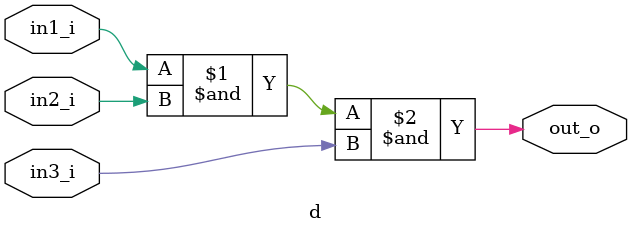
<source format=v>

module d (
        input in1_i,
        input in2_i,
        input in3_i,
        output out_o
    );
    //***Interal logic generated by compiler***  
    //***Handcrafted Internal logic*** 
    //TODO: out_o must be high when all the inputs are high
    assign out_o = in1_i & in2_i & in3_i;
endmodule



</source>
